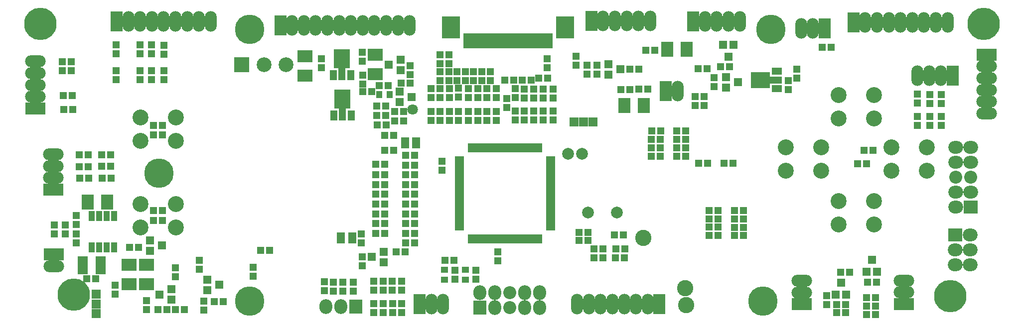
<source format=gts>
G04 (created by PCBNEW-RS274X (2012-01-19 BZR 3256)-stable) date Wed 26 Sep 2012 01:17:41 PM NZST*
G01*
G70*
G90*
%MOIN*%
G04 Gerber Fmt 3.4, Leading zero omitted, Abs format*
%FSLAX34Y34*%
G04 APERTURE LIST*
%ADD10C,0.020000*%
%ADD11R,0.030000X0.100000*%
%ADD12R,0.120000X0.150000*%
%ADD13R,0.060000X0.030000*%
%ADD14R,0.030000X0.060000*%
%ADD15C,0.106600*%
%ADD16O,0.079100X0.138100*%
%ADD17R,0.079100X0.138100*%
%ADD18R,0.055000X0.075000*%
%ADD19R,0.045000X0.051500*%
%ADD20R,0.051500X0.045000*%
%ADD21C,0.108600*%
%ADD22R,0.056000X0.056000*%
%ADD23R,0.094800X0.086900*%
%ADD24O,0.098700X0.086900*%
%ADD25C,0.086900*%
%ADD26R,0.047600X0.067200*%
%ADD27R,0.047600X0.098700*%
%ADD28R,0.106600X0.130300*%
%ADD29C,0.197200*%
%ADD30C,0.216900*%
%ADD31R,0.040000X0.065000*%
%ADD32R,0.059400X0.059400*%
%ADD33O,0.138100X0.079100*%
%ADD34R,0.138100X0.079100*%
%ADD35C,0.079100*%
%ADD36R,0.067200X0.047600*%
%ADD37R,0.098700X0.047600*%
%ADD38R,0.130300X0.106600*%
%ADD39R,0.051500X0.043600*%
%ADD40R,0.098700X0.098700*%
%ADD41C,0.098700*%
%ADD42R,0.086900X0.094800*%
%ADD43O,0.086900X0.098700*%
%ADD44R,0.100000X0.080000*%
%ADD45R,0.080000X0.100000*%
%ADD46R,0.070000X0.120000*%
%ADD47R,0.043600X0.051500*%
%ADD48C,0.071200*%
G04 APERTURE END LIST*
G54D10*
G54D11*
X43878Y-14548D03*
X44078Y-14548D03*
X44273Y-14548D03*
X44468Y-14548D03*
X44668Y-14548D03*
X44863Y-14548D03*
X45058Y-14548D03*
X45258Y-14548D03*
X45453Y-14548D03*
X45648Y-14548D03*
X43681Y-14548D03*
X45848Y-14548D03*
X46043Y-14548D03*
X43484Y-14548D03*
X47618Y-14548D03*
X46238Y-14548D03*
X46438Y-14548D03*
X46633Y-14548D03*
X46828Y-14548D03*
X47028Y-14548D03*
X47223Y-14548D03*
X47418Y-14548D03*
X43287Y-14548D03*
X43091Y-14548D03*
X42894Y-14548D03*
X42697Y-14548D03*
X42500Y-14548D03*
X42303Y-14548D03*
X42106Y-14548D03*
X41909Y-14548D03*
G54D12*
X48588Y-13668D03*
X40958Y-13668D03*
G54D13*
X41527Y-27134D03*
X41527Y-22414D03*
X41527Y-22614D03*
X41527Y-22804D03*
X41527Y-23004D03*
X41527Y-23204D03*
X41527Y-23394D03*
X41527Y-23594D03*
X41527Y-23794D03*
X41527Y-23984D03*
X41527Y-24184D03*
X41527Y-24384D03*
X41527Y-24584D03*
X41527Y-24774D03*
X41527Y-24974D03*
X41527Y-25174D03*
X41527Y-25364D03*
X41527Y-25564D03*
X41527Y-25764D03*
X41527Y-25954D03*
X41527Y-26154D03*
X41527Y-26354D03*
X41527Y-26544D03*
X41527Y-26744D03*
X41527Y-26944D03*
G54D14*
X42217Y-21724D03*
X46937Y-21724D03*
X46737Y-21724D03*
X46547Y-21724D03*
X46347Y-21724D03*
X46147Y-21724D03*
X45957Y-21724D03*
X45757Y-21724D03*
X45557Y-21724D03*
X45367Y-21724D03*
X45167Y-21724D03*
X44967Y-21724D03*
X44767Y-21724D03*
X44577Y-21724D03*
X44377Y-21724D03*
X44177Y-21724D03*
X43987Y-21724D03*
X43787Y-21724D03*
X43587Y-21724D03*
X43397Y-21724D03*
X43197Y-21724D03*
X42997Y-21724D03*
X42807Y-21724D03*
X42607Y-21724D03*
X42407Y-21724D03*
X42217Y-27824D03*
X42417Y-27824D03*
X42607Y-27824D03*
X42807Y-27824D03*
X43007Y-27824D03*
X43197Y-27824D03*
X43397Y-27824D03*
X43597Y-27824D03*
X43787Y-27824D03*
X43987Y-27824D03*
X44187Y-27824D03*
X44387Y-27824D03*
X44577Y-27824D03*
X44777Y-27824D03*
X44977Y-27824D03*
X45167Y-27824D03*
X45367Y-27824D03*
X45567Y-27824D03*
X45757Y-27824D03*
X45957Y-27824D03*
X46157Y-27824D03*
X46347Y-27824D03*
X46547Y-27824D03*
X46747Y-27824D03*
X46937Y-27824D03*
G54D13*
X47627Y-27134D03*
X47627Y-26934D03*
X47627Y-26744D03*
X47627Y-26544D03*
X47627Y-26344D03*
X47627Y-26154D03*
X47627Y-25954D03*
X47627Y-25754D03*
X47627Y-25564D03*
X47627Y-25364D03*
X47627Y-25164D03*
X47627Y-24964D03*
X47627Y-24774D03*
X47627Y-24574D03*
X47627Y-24374D03*
X47627Y-24184D03*
X47627Y-23984D03*
X47627Y-23784D03*
X47627Y-23594D03*
X47627Y-23394D03*
X47627Y-23194D03*
X47627Y-23004D03*
X47627Y-22804D03*
X47627Y-22604D03*
X47627Y-22414D03*
G54D15*
X66890Y-25276D03*
X66890Y-26850D03*
X69252Y-25276D03*
X69252Y-26850D03*
X72795Y-23267D03*
X72795Y-21693D03*
X70433Y-23267D03*
X70433Y-21693D03*
X20197Y-25473D03*
X20197Y-27047D03*
X22559Y-25473D03*
X22559Y-27047D03*
X20197Y-19685D03*
X20197Y-21259D03*
X22559Y-19685D03*
X22559Y-21259D03*
X69252Y-19763D03*
X69252Y-18189D03*
X66890Y-19763D03*
X66890Y-18189D03*
X65709Y-23267D03*
X65709Y-21693D03*
X63347Y-23267D03*
X63347Y-21693D03*
G54D16*
X20162Y-13260D03*
X19375Y-13260D03*
G54D17*
X18587Y-13260D03*
G54D16*
X20949Y-13260D03*
X21737Y-13260D03*
X22524Y-13260D03*
X23311Y-13260D03*
X24098Y-13260D03*
X24886Y-13260D03*
G54D18*
X34342Y-27756D03*
X33592Y-27756D03*
G54D19*
X36510Y-27450D03*
X35910Y-27450D03*
X36510Y-26800D03*
X35910Y-26800D03*
X36510Y-24832D03*
X35910Y-24832D03*
X36510Y-23523D03*
X35910Y-23523D03*
G54D20*
X35035Y-15322D03*
X35035Y-15922D03*
G54D19*
X36510Y-26151D03*
X35910Y-26151D03*
X36510Y-25491D03*
X35910Y-25491D03*
X36510Y-24173D03*
X35910Y-24173D03*
X36509Y-22815D03*
X35909Y-22815D03*
X50133Y-27392D03*
X49533Y-27392D03*
X51897Y-27539D03*
X52497Y-27539D03*
G54D20*
X32293Y-15753D03*
X32293Y-16353D03*
X34951Y-27476D03*
X34951Y-28076D03*
G54D19*
X49533Y-27933D03*
X50133Y-27933D03*
X38518Y-28090D03*
X37918Y-28090D03*
X35644Y-17953D03*
X35044Y-17953D03*
X15064Y-19144D03*
X15664Y-19144D03*
X59228Y-22740D03*
X59828Y-22740D03*
G54D20*
X36413Y-32141D03*
X36413Y-32741D03*
G54D19*
X51964Y-29085D03*
X52564Y-29085D03*
X14956Y-16535D03*
X15556Y-16535D03*
X53529Y-17795D03*
X54129Y-17795D03*
G54D20*
X37043Y-32141D03*
X37043Y-32741D03*
X37665Y-32141D03*
X37665Y-32741D03*
X47386Y-16367D03*
X47386Y-15767D03*
G54D19*
X45162Y-17173D03*
X44562Y-17173D03*
G54D20*
X43021Y-16620D03*
X43021Y-17220D03*
X41918Y-16620D03*
X41918Y-17220D03*
X43572Y-16620D03*
X43572Y-17220D03*
X42470Y-16620D03*
X42470Y-17220D03*
X41367Y-16620D03*
X41367Y-17220D03*
G54D19*
X47426Y-17043D03*
X46826Y-17043D03*
X45708Y-17181D03*
X46308Y-17181D03*
X37111Y-21894D03*
X36511Y-21894D03*
X37918Y-22224D03*
X38518Y-22224D03*
X38508Y-27450D03*
X37908Y-27450D03*
X38518Y-26151D03*
X37918Y-26151D03*
X38518Y-24832D03*
X37918Y-24832D03*
X38518Y-23523D03*
X37918Y-23523D03*
G54D20*
X37035Y-30653D03*
X37035Y-31253D03*
G54D19*
X38518Y-26800D03*
X37918Y-26800D03*
X38519Y-25491D03*
X37919Y-25491D03*
X38518Y-24173D03*
X37918Y-24173D03*
X38518Y-22873D03*
X37918Y-22873D03*
X57516Y-22736D03*
X58131Y-22736D03*
G54D20*
X36410Y-30657D03*
X36410Y-31257D03*
X37658Y-30657D03*
X37658Y-31257D03*
G54D19*
X50517Y-28484D03*
X51117Y-28484D03*
X50527Y-29085D03*
X51127Y-29085D03*
X52919Y-16466D03*
X53519Y-16466D03*
G54D20*
X50728Y-16796D03*
X50728Y-16196D03*
X49321Y-15576D03*
X49321Y-16176D03*
X40816Y-15478D03*
X40816Y-16078D03*
X40816Y-17220D03*
X40816Y-16620D03*
X40226Y-17219D03*
X40226Y-16619D03*
X40217Y-15487D03*
X40217Y-16087D03*
X39626Y-19291D03*
X39626Y-19891D03*
X40843Y-19291D03*
X40843Y-19891D03*
X42114Y-19283D03*
X42114Y-19883D03*
X43366Y-19275D03*
X43366Y-19875D03*
X39626Y-17735D03*
X39626Y-18335D03*
X40843Y-17735D03*
X40843Y-18335D03*
X42110Y-17735D03*
X42110Y-18335D03*
X43366Y-17735D03*
X43366Y-18335D03*
X40220Y-19287D03*
X40220Y-19887D03*
X41461Y-19283D03*
X41461Y-19883D03*
X42748Y-19275D03*
X42748Y-19875D03*
X43988Y-19275D03*
X43988Y-19875D03*
X40228Y-17735D03*
X40228Y-18335D03*
X41461Y-17728D03*
X41461Y-18328D03*
X42740Y-17743D03*
X42740Y-18343D03*
X43980Y-17751D03*
X43980Y-18351D03*
X47130Y-19263D03*
X47130Y-19863D03*
X45866Y-19247D03*
X45866Y-19847D03*
X47783Y-19263D03*
X47783Y-19863D03*
X46504Y-19255D03*
X46504Y-19855D03*
X45264Y-19239D03*
X45264Y-19839D03*
X47780Y-17783D03*
X47780Y-18383D03*
X46504Y-17779D03*
X46504Y-18379D03*
X45264Y-17763D03*
X45264Y-18363D03*
X47122Y-17787D03*
X47122Y-18387D03*
X45870Y-17771D03*
X45870Y-18371D03*
G54D19*
X52338Y-17805D03*
X52938Y-17805D03*
X14966Y-15965D03*
X15566Y-15965D03*
X15615Y-18228D03*
X15015Y-18228D03*
X67623Y-30039D03*
X67023Y-30039D03*
X68745Y-31742D03*
X69345Y-31742D03*
G54D20*
X66101Y-31629D03*
X66101Y-32229D03*
G54D19*
X66747Y-32756D03*
X67347Y-32756D03*
X68755Y-32323D03*
X69355Y-32323D03*
G54D21*
X53807Y-27764D03*
G54D19*
X68755Y-32874D03*
X69355Y-32874D03*
G54D22*
X69464Y-30026D03*
X68764Y-30026D03*
X69114Y-29226D03*
X67396Y-31542D03*
X66696Y-31542D03*
X67046Y-30742D03*
X51500Y-16806D03*
X51500Y-16106D03*
X52300Y-16456D03*
G54D20*
X18490Y-30910D03*
X18490Y-31510D03*
G54D19*
X20050Y-28380D03*
X19450Y-28380D03*
G54D22*
X20812Y-28618D03*
X20812Y-27918D03*
X21612Y-28268D03*
G54D19*
X57298Y-18278D03*
X57898Y-18278D03*
X57294Y-18898D03*
X57894Y-18898D03*
X54591Y-15201D03*
X53991Y-15201D03*
X52574Y-28484D03*
X51974Y-28484D03*
G54D23*
X75736Y-25671D03*
G54D24*
X74736Y-25671D03*
X75736Y-24671D03*
X74736Y-24671D03*
G54D25*
X75736Y-23671D03*
X74736Y-23671D03*
G54D24*
X75736Y-22671D03*
X74736Y-22671D03*
X75736Y-21671D03*
X74736Y-21671D03*
G54D20*
X73750Y-18145D03*
X73750Y-18745D03*
G54D23*
X74697Y-27553D03*
G54D24*
X75697Y-27553D03*
X74697Y-28553D03*
X75697Y-28553D03*
X74697Y-29553D03*
X75697Y-29553D03*
G54D26*
X33078Y-16854D03*
G54D27*
X33669Y-16697D03*
G54D26*
X34260Y-16854D03*
G54D28*
X33669Y-15752D03*
G54D26*
X33110Y-19537D03*
G54D27*
X33701Y-19380D03*
G54D26*
X34292Y-19537D03*
G54D28*
X33701Y-18435D03*
G54D19*
X16088Y-22972D03*
X16688Y-22972D03*
X16117Y-23750D03*
X16717Y-23750D03*
G54D20*
X72156Y-18125D03*
X72156Y-18725D03*
G54D19*
X16088Y-22175D03*
X16688Y-22175D03*
G54D20*
X72972Y-18135D03*
X72972Y-18735D03*
G54D19*
X17604Y-22943D03*
X18204Y-22943D03*
X17613Y-23750D03*
X18213Y-23750D03*
G54D20*
X72165Y-19611D03*
X72165Y-20211D03*
G54D19*
X17604Y-22175D03*
X18204Y-22175D03*
G54D20*
X72972Y-19611D03*
X72972Y-20211D03*
X73750Y-19611D03*
X73750Y-20211D03*
X40362Y-22606D03*
X40362Y-23206D03*
G54D29*
X62362Y-13780D03*
G54D30*
X76575Y-13425D03*
G54D29*
X61811Y-31969D03*
G54D30*
X74370Y-31654D03*
G54D29*
X27480Y-31969D03*
G54D30*
X15709Y-31535D03*
G54D29*
X21417Y-23425D03*
G54D30*
X13504Y-13425D03*
G54D29*
X27480Y-13780D03*
G54D20*
X15894Y-27483D03*
X15894Y-28083D03*
X15890Y-26247D03*
X15890Y-26847D03*
G54D31*
X16919Y-26296D03*
X16919Y-28396D03*
X17419Y-26296D03*
X17919Y-26296D03*
X18419Y-26296D03*
X17419Y-28396D03*
X17919Y-28396D03*
X18419Y-28396D03*
G54D19*
X16602Y-30488D03*
X17202Y-30488D03*
G54D20*
X15161Y-26885D03*
X15161Y-27485D03*
X24130Y-29859D03*
X24130Y-29259D03*
X20579Y-32540D03*
X20579Y-31940D03*
G54D19*
X23119Y-32551D03*
X22519Y-32551D03*
X21342Y-32551D03*
X21942Y-32551D03*
X25106Y-32020D03*
X25706Y-32020D03*
G54D20*
X24421Y-31976D03*
X24421Y-32576D03*
G54D22*
X24651Y-31240D03*
X24651Y-30540D03*
X25451Y-30890D03*
X22239Y-31189D03*
X22239Y-31889D03*
X21439Y-31539D03*
G54D20*
X35791Y-30661D03*
X35791Y-31261D03*
X35780Y-32741D03*
X35780Y-32141D03*
X34413Y-31324D03*
X34413Y-30724D03*
X33736Y-31316D03*
X33736Y-30716D03*
X33091Y-31305D03*
X33091Y-30705D03*
X32472Y-31297D03*
X32472Y-30697D03*
X50039Y-16192D03*
X50039Y-16792D03*
G54D21*
X56618Y-31114D03*
X56689Y-32244D03*
G54D32*
X17205Y-32173D03*
X17205Y-32813D03*
X17205Y-31533D03*
G54D20*
X58571Y-17027D03*
X58571Y-17627D03*
G54D16*
X51925Y-13216D03*
X51138Y-13216D03*
G54D17*
X50350Y-13216D03*
G54D16*
X52712Y-13216D03*
X53500Y-13216D03*
X54287Y-13216D03*
X69454Y-13331D03*
X68667Y-13331D03*
G54D17*
X67879Y-13331D03*
G54D16*
X70241Y-13331D03*
X71029Y-13331D03*
X71816Y-13331D03*
X72603Y-13331D03*
X73390Y-13331D03*
X74178Y-13331D03*
G54D33*
X76795Y-17055D03*
X76795Y-16268D03*
G54D34*
X76795Y-15480D03*
G54D33*
X76795Y-17842D03*
X76795Y-18630D03*
X76795Y-19417D03*
G54D16*
X31114Y-13520D03*
X30326Y-13520D03*
G54D17*
X29539Y-13520D03*
G54D16*
X31901Y-13520D03*
X32689Y-13520D03*
X33476Y-13520D03*
X34263Y-13520D03*
X35051Y-13520D03*
X35838Y-13520D03*
X36626Y-13520D03*
X37413Y-13520D03*
X38200Y-13520D03*
G54D33*
X13142Y-17504D03*
X13142Y-18291D03*
G54D34*
X13142Y-19079D03*
G54D33*
X13142Y-16717D03*
X13142Y-15929D03*
X14399Y-29654D03*
G54D34*
X14399Y-28866D03*
G54D33*
X71252Y-30611D03*
X71252Y-31398D03*
G54D34*
X71252Y-32186D03*
G54D33*
X64413Y-30626D03*
X64413Y-31413D03*
G54D34*
X64413Y-32201D03*
G54D16*
X72945Y-16882D03*
X73732Y-16882D03*
G54D17*
X74520Y-16882D03*
G54D16*
X72158Y-16882D03*
X53326Y-32201D03*
X54113Y-32201D03*
G54D17*
X54901Y-32201D03*
G54D16*
X52539Y-32201D03*
X51751Y-32201D03*
X50964Y-32201D03*
X50177Y-32201D03*
X49390Y-32201D03*
X56107Y-17912D03*
G54D17*
X55319Y-17912D03*
G54D35*
X50133Y-26035D03*
X52055Y-26035D03*
G54D19*
X54366Y-21153D03*
X54966Y-21153D03*
X54362Y-22291D03*
X54962Y-22291D03*
X58232Y-26480D03*
X58832Y-26480D03*
X58221Y-27586D03*
X58821Y-27586D03*
X54378Y-20582D03*
X54978Y-20582D03*
X54362Y-21724D03*
X54962Y-21724D03*
X58228Y-25917D03*
X58828Y-25917D03*
X58225Y-27031D03*
X58825Y-27031D03*
G54D20*
X20146Y-17150D03*
X20146Y-16550D03*
X21756Y-17146D03*
X21756Y-16546D03*
G54D19*
X21658Y-26598D03*
X21058Y-26598D03*
G54D20*
X18563Y-17158D03*
X18563Y-16558D03*
X20921Y-17139D03*
X20921Y-16539D03*
G54D19*
X21658Y-20835D03*
X21058Y-20835D03*
G54D20*
X18559Y-15434D03*
X18559Y-14834D03*
X20921Y-15434D03*
X20921Y-14834D03*
G54D19*
X21650Y-20205D03*
X21050Y-20205D03*
X56054Y-20578D03*
X56654Y-20578D03*
X56051Y-21728D03*
X56651Y-21728D03*
X59921Y-25916D03*
X60521Y-25916D03*
X59924Y-27035D03*
X60524Y-27035D03*
G54D20*
X20142Y-15434D03*
X20142Y-14834D03*
X21752Y-15454D03*
X21752Y-14854D03*
G54D19*
X21639Y-25933D03*
X21039Y-25933D03*
X56051Y-21149D03*
X56651Y-21149D03*
X56051Y-22287D03*
X56651Y-22287D03*
X59924Y-26476D03*
X60524Y-26476D03*
X59909Y-27590D03*
X60509Y-27590D03*
G54D36*
X62760Y-17764D03*
G54D37*
X62603Y-17173D03*
G54D36*
X62760Y-16582D03*
G54D38*
X61658Y-17173D03*
G54D20*
X64075Y-17056D03*
X64075Y-16456D03*
X63524Y-17212D03*
X63524Y-17812D03*
G54D19*
X58995Y-16272D03*
X59595Y-16272D03*
G54D16*
X64374Y-13721D03*
X65161Y-13721D03*
G54D17*
X65949Y-13721D03*
G54D22*
X59352Y-17673D03*
X59352Y-16973D03*
X60152Y-17323D03*
G54D32*
X49819Y-19969D03*
X50459Y-19969D03*
X49179Y-19969D03*
G54D19*
X65798Y-14969D03*
X66398Y-14969D03*
G54D33*
X14342Y-22945D03*
X14342Y-23732D03*
G54D34*
X14342Y-24520D03*
G54D33*
X14342Y-22158D03*
G54D20*
X42606Y-29928D03*
X42606Y-30528D03*
G54D19*
X41158Y-29260D03*
X40558Y-29260D03*
G54D20*
X41212Y-29917D03*
X41212Y-30517D03*
G54D16*
X40429Y-32177D03*
X39642Y-32177D03*
G54D17*
X38854Y-32177D03*
G54D20*
X27732Y-30304D03*
X27732Y-29704D03*
G54D19*
X69186Y-21894D03*
X68586Y-21894D03*
X28831Y-28598D03*
X28231Y-28598D03*
X68753Y-22780D03*
X68153Y-22780D03*
X67346Y-32205D03*
X66746Y-32205D03*
G54D39*
X41933Y-29893D03*
X41933Y-30563D03*
X40519Y-29893D03*
X40519Y-30563D03*
G54D20*
X14421Y-26885D03*
X14421Y-27485D03*
X22524Y-30367D03*
X22524Y-29767D03*
X35016Y-29023D03*
X35016Y-29623D03*
G54D22*
X36463Y-28674D03*
X36463Y-29374D03*
X35663Y-29024D03*
G54D40*
X26965Y-16150D03*
G54D41*
X28441Y-16150D03*
X29917Y-16150D03*
G54D42*
X34579Y-32358D03*
G54D43*
X33579Y-32358D03*
X32579Y-32358D03*
G54D19*
X37291Y-28681D03*
X37891Y-28681D03*
G54D22*
X59160Y-14830D03*
X59860Y-14830D03*
X59510Y-15630D03*
G54D19*
X57500Y-16420D03*
X58100Y-16420D03*
G54D44*
X31197Y-15590D03*
X31197Y-16890D03*
X35902Y-15472D03*
X35902Y-16772D03*
X19429Y-30839D03*
X19429Y-29539D03*
X20591Y-30839D03*
X20591Y-29539D03*
G54D45*
X16669Y-25358D03*
X17969Y-25358D03*
X52570Y-18880D03*
X53870Y-18880D03*
G54D46*
X16337Y-29571D03*
X17537Y-29571D03*
G54D45*
X55429Y-15126D03*
X56729Y-15126D03*
G54D35*
X48803Y-22110D03*
X49724Y-22110D03*
G54D22*
X37517Y-18657D03*
X37517Y-17957D03*
X38317Y-18307D03*
X37581Y-15804D03*
X37581Y-16504D03*
X36781Y-16154D03*
G54D47*
X36169Y-18142D03*
X36839Y-18142D03*
G54D19*
X35976Y-18906D03*
X36576Y-18906D03*
X36007Y-20169D03*
X36607Y-20169D03*
X37111Y-20882D03*
X36511Y-20882D03*
G54D20*
X38224Y-16812D03*
X38224Y-16212D03*
G54D19*
X38233Y-17370D03*
X37633Y-17370D03*
X35987Y-19539D03*
X36587Y-19539D03*
X37184Y-19295D03*
X37784Y-19295D03*
X36769Y-17567D03*
X36169Y-17567D03*
G54D20*
X35059Y-16861D03*
X35059Y-17461D03*
X44693Y-19005D03*
X44693Y-18405D03*
G54D16*
X58728Y-13236D03*
X57941Y-13236D03*
G54D17*
X57153Y-13236D03*
G54D16*
X59515Y-13236D03*
X60303Y-13236D03*
G54D19*
X69414Y-30728D03*
X68814Y-30728D03*
G54D42*
X42898Y-32433D03*
G54D43*
X42898Y-31433D03*
X43898Y-32433D03*
X43898Y-31433D03*
G54D25*
X44898Y-32433D03*
X44898Y-31433D03*
G54D43*
X45898Y-32433D03*
X45898Y-31433D03*
X46898Y-32433D03*
X46898Y-31433D03*
G54D20*
X44091Y-28688D03*
X44091Y-29288D03*
G54D19*
X37184Y-19906D03*
X37784Y-19906D03*
G54D18*
X38627Y-21370D03*
X37877Y-21370D03*
G54D48*
X38376Y-19148D03*
M02*

</source>
